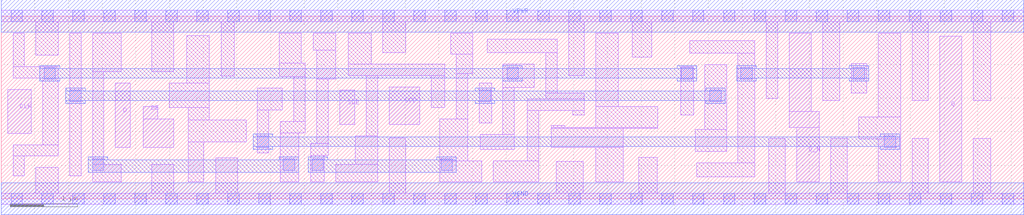
<source format=lef>
# Copyright 2020 The SkyWater PDK Authors
#
# Licensed under the Apache License, Version 2.0 (the "License");
# you may not use this file except in compliance with the License.
# You may obtain a copy of the License at
#
#     https://www.apache.org/licenses/LICENSE-2.0
#
# Unless required by applicable law or agreed to in writing, software
# distributed under the License is distributed on an "AS IS" BASIS,
# WITHOUT WARRANTIES OR CONDITIONS OF ANY KIND, either express or implied.
# See the License for the specific language governing permissions and
# limitations under the License.
#
# SPDX-License-Identifier: Apache-2.0

VERSION 5.7 ;
  NAMESCASESENSITIVE ON ;
  NOWIREEXTENSIONATPIN ON ;
  DIVIDERCHAR "/" ;
  BUSBITCHARS "[]" ;
UNITS
  DATABASE MICRONS 200 ;
END UNITS
MACRO sky130_fd_sc_hd__sedfxbp_2
  CLASS CORE ;
  SOURCE USER ;
  FOREIGN sky130_fd_sc_hd__sedfxbp_2 ;
  ORIGIN  0.000000  0.000000 ;
  SIZE  15.18000 BY  2.720000 ;
  SYMMETRY X Y R90 ;
  SITE unithd ;
  PIN D
    ANTENNAGATEAREA  0.159000 ;
    DIRECTION INPUT ;
    USE SIGNAL ;
    PORT
      LAYER li1 ;
        RECT 1.695000 0.765000 1.915000 1.720000 ;
    END
  END D
  PIN DE
    ANTENNAGATEAREA  0.318000 ;
    DIRECTION INPUT ;
    USE SIGNAL ;
    PORT
      LAYER li1 ;
        RECT 2.110000 0.765000 2.565000 1.185000 ;
        RECT 2.110000 1.185000 2.325000 1.370000 ;
    END
  END DE
  PIN Q
    ANTENNADIFFAREA  0.445500 ;
    DIRECTION OUTPUT ;
    USE SIGNAL ;
    PORT
      LAYER li1 ;
        RECT 13.935000 0.255000 14.265000 2.420000 ;
    END
  END Q
  PIN Q_N
    ANTENNADIFFAREA  0.445500 ;
    DIRECTION OUTPUT ;
    USE SIGNAL ;
    PORT
      LAYER li1 ;
        RECT 11.700000 1.065000 12.145000 1.300000 ;
        RECT 11.700000 1.300000 12.030000 2.465000 ;
        RECT 11.815000 0.255000 12.145000 1.065000 ;
    END
  END Q_N
  PIN SCD
    ANTENNAGATEAREA  0.159000 ;
    DIRECTION INPUT ;
    USE SIGNAL ;
    PORT
      LAYER li1 ;
        RECT 5.760000 1.105000 6.215000 1.665000 ;
    END
  END SCD
  PIN SCE
    ANTENNAGATEAREA  0.318000 ;
    DIRECTION INPUT ;
    USE SIGNAL ;
    PORT
      LAYER li1 ;
        RECT 5.025000 1.105000 5.250000 1.615000 ;
    END
  END SCE
  PIN CLK
    ANTENNAGATEAREA  0.159000 ;
    DIRECTION INPUT ;
    USE CLOCK ;
    PORT
      LAYER li1 ;
        RECT 0.095000 0.975000 0.445000 1.625000 ;
    END
  END CLK
  PIN VGND
    DIRECTION INOUT ;
    SHAPE ABUTMENT ;
    USE GROUND ;
    PORT
      LAYER met1 ;
        RECT 0.000000 -0.240000 15.180000 0.240000 ;
    END
  END VGND
  PIN VPWR
    DIRECTION INOUT ;
    SHAPE ABUTMENT ;
    USE POWER ;
    PORT
      LAYER met1 ;
        RECT 0.000000 2.480000 15.180000 2.960000 ;
    END
  END VPWR
  OBS
    LAYER li1 ;
      RECT  0.000000 -0.085000 15.180000 0.085000 ;
      RECT  0.000000  2.635000 15.180000 2.805000 ;
      RECT  0.175000  0.345000  0.345000 0.635000 ;
      RECT  0.175000  0.635000  0.845000 0.805000 ;
      RECT  0.175000  1.795000  0.845000 1.965000 ;
      RECT  0.175000  1.965000  0.345000 2.465000 ;
      RECT  0.515000  0.085000  0.845000 0.465000 ;
      RECT  0.515000  2.135000  0.845000 2.635000 ;
      RECT  0.615000  0.805000  0.845000 1.795000 ;
      RECT  1.015000  0.345000  1.185000 2.465000 ;
      RECT  1.355000  0.255000  1.785000 0.515000 ;
      RECT  1.355000  0.515000  1.525000 1.890000 ;
      RECT  1.355000  1.890000  1.785000 2.465000 ;
      RECT  2.235000  0.085000  2.565000 0.515000 ;
      RECT  2.235000  1.890000  2.565000 2.635000 ;
      RECT  2.495000  1.355000  3.085000 1.720000 ;
      RECT  2.755000  1.720000  3.085000 2.425000 ;
      RECT  2.780000  0.255000  3.005000 0.845000 ;
      RECT  2.780000  0.845000  3.635000 1.175000 ;
      RECT  2.780000  1.175000  3.085000 1.355000 ;
      RECT  3.185000  0.085000  3.515000 0.610000 ;
      RECT  3.265000  1.825000  3.460000 2.635000 ;
      RECT  3.805000  0.685000  3.975000 1.320000 ;
      RECT  3.805000  1.320000  4.175000 1.650000 ;
      RECT  4.125000  1.820000  4.515000 2.020000 ;
      RECT  4.125000  2.020000  4.455000 2.465000 ;
      RECT  4.145000  0.255000  4.415000 0.980000 ;
      RECT  4.145000  0.980000  4.515000 1.150000 ;
      RECT  4.345000  1.150000  4.515000 1.820000 ;
      RECT  4.595000  0.255000  4.795000 0.645000 ;
      RECT  4.595000  0.645000  4.855000 0.825000 ;
      RECT  4.635000  2.210000  4.965000 2.465000 ;
      RECT  4.685000  0.825000  4.855000 1.785000 ;
      RECT  4.685000  1.785000  4.965000 2.210000 ;
      RECT  4.965000  0.255000  5.590000 0.515000 ;
      RECT  5.155000  1.835000  6.585000 2.005000 ;
      RECT  5.155000  2.005000  5.495000 2.465000 ;
      RECT  5.260000  0.515000  5.590000 0.935000 ;
      RECT  5.420000  0.935000  5.590000 1.835000 ;
      RECT  5.665000  2.175000  6.010000 2.635000 ;
      RECT  5.760000  0.085000  6.010000 0.905000 ;
      RECT  6.385000  1.355000  6.585000 1.835000 ;
      RECT  6.515000  0.255000  7.135000 0.565000 ;
      RECT  6.515000  0.565000  6.925000 1.185000 ;
      RECT  6.675000  2.150000  7.005000 2.465000 ;
      RECT  6.755000  1.185000  6.925000 1.865000 ;
      RECT  6.755000  1.865000  7.005000 2.150000 ;
      RECT  7.095000  1.125000  7.280000 1.720000 ;
      RECT  7.115000  0.735000  7.620000 0.955000 ;
      RECT  7.215000  2.175000  8.255000 2.375000 ;
      RECT  7.305000  0.255000  7.980000 0.565000 ;
      RECT  7.450000  0.955000  7.620000 1.655000 ;
      RECT  7.450000  1.655000  7.915000 2.005000 ;
      RECT  7.810000  0.565000  7.980000 1.315000 ;
      RECT  7.810000  1.315000  8.660000 1.485000 ;
      RECT  8.085000  1.485000  8.660000 1.575000 ;
      RECT  8.085000  1.575000  8.255000 2.175000 ;
      RECT  8.170000  0.765000  9.235000 1.045000 ;
      RECT  8.170000  1.045000  9.745000 1.065000 ;
      RECT  8.170000  1.065000  8.370000 1.095000 ;
      RECT  8.245000  0.085000  8.640000 0.560000 ;
      RECT  8.425000  1.835000  8.660000 2.635000 ;
      RECT  8.490000  1.245000  8.660000 1.315000 ;
      RECT  8.830000  0.255000  9.235000 0.765000 ;
      RECT  8.830000  1.065000  9.745000 1.375000 ;
      RECT  8.830000  1.375000  9.160000 2.465000 ;
      RECT  9.370000  2.105000  9.660000 2.635000 ;
      RECT  9.465000  0.085000  9.740000 0.615000 ;
      RECT 10.090000  1.245000 10.280000 1.965000 ;
      RECT 10.225000  2.165000 11.190000 2.355000 ;
      RECT 10.305000  0.705000 10.770000 1.035000 ;
      RECT 10.325000  0.330000 11.190000 0.535000 ;
      RECT 10.450000  1.035000 10.770000 1.995000 ;
      RECT 10.940000  0.535000 11.190000 2.165000 ;
      RECT 11.360000  1.495000 11.530000 2.635000 ;
      RECT 11.395000  0.085000 11.645000 0.900000 ;
      RECT 12.200000  1.465000 12.450000 2.635000 ;
      RECT 12.315000  0.085000 12.565000 0.900000 ;
      RECT 12.620000  1.575000 12.850000 2.010000 ;
      RECT 12.735000  0.890000 13.360000 1.220000 ;
      RECT 13.020000  0.255000 13.360000 0.890000 ;
      RECT 13.020000  1.220000 13.360000 2.465000 ;
      RECT 13.530000  0.085000 13.765000 0.900000 ;
      RECT 13.530000  1.465000 13.765000 2.635000 ;
      RECT 14.435000  0.085000 14.695000 0.900000 ;
      RECT 14.435000  1.465000 14.695000 2.635000 ;
    LAYER mcon ;
      RECT  0.145000 -0.085000  0.315000 0.085000 ;
      RECT  0.145000  2.635000  0.315000 2.805000 ;
      RECT  0.605000 -0.085000  0.775000 0.085000 ;
      RECT  0.605000  2.635000  0.775000 2.805000 ;
      RECT  0.635000  1.785000  0.805000 1.955000 ;
      RECT  1.015000  1.445000  1.185000 1.615000 ;
      RECT  1.065000 -0.085000  1.235000 0.085000 ;
      RECT  1.065000  2.635000  1.235000 2.805000 ;
      RECT  1.355000  0.425000  1.525000 0.595000 ;
      RECT  1.525000 -0.085000  1.695000 0.085000 ;
      RECT  1.525000  2.635000  1.695000 2.805000 ;
      RECT  1.985000 -0.085000  2.155000 0.085000 ;
      RECT  1.985000  2.635000  2.155000 2.805000 ;
      RECT  2.445000 -0.085000  2.615000 0.085000 ;
      RECT  2.445000  2.635000  2.615000 2.805000 ;
      RECT  2.905000 -0.085000  3.075000 0.085000 ;
      RECT  2.905000  2.635000  3.075000 2.805000 ;
      RECT  3.365000 -0.085000  3.535000 0.085000 ;
      RECT  3.365000  2.635000  3.535000 2.805000 ;
      RECT  3.805000  0.765000  3.975000 0.935000 ;
      RECT  3.825000 -0.085000  3.995000 0.085000 ;
      RECT  3.825000  2.635000  3.995000 2.805000 ;
      RECT  4.185000  0.425000  4.355000 0.595000 ;
      RECT  4.285000 -0.085000  4.455000 0.085000 ;
      RECT  4.285000  2.635000  4.455000 2.805000 ;
      RECT  4.615000  0.425000  4.785000 0.595000 ;
      RECT  4.745000 -0.085000  4.915000 0.085000 ;
      RECT  4.745000  2.635000  4.915000 2.805000 ;
      RECT  5.205000 -0.085000  5.375000 0.085000 ;
      RECT  5.205000  2.635000  5.375000 2.805000 ;
      RECT  5.665000 -0.085000  5.835000 0.085000 ;
      RECT  5.665000  2.635000  5.835000 2.805000 ;
      RECT  6.125000 -0.085000  6.295000 0.085000 ;
      RECT  6.125000  2.635000  6.295000 2.805000 ;
      RECT  6.530000  0.425000  6.700000 0.595000 ;
      RECT  6.585000 -0.085000  6.755000 0.085000 ;
      RECT  6.585000  2.635000  6.755000 2.805000 ;
      RECT  7.045000 -0.085000  7.215000 0.085000 ;
      RECT  7.045000  2.635000  7.215000 2.805000 ;
      RECT  7.100000  1.445000  7.270000 1.615000 ;
      RECT  7.505000 -0.085000  7.675000 0.085000 ;
      RECT  7.505000  2.635000  7.675000 2.805000 ;
      RECT  7.510000  1.785000  7.680000 1.955000 ;
      RECT  7.965000 -0.085000  8.135000 0.085000 ;
      RECT  7.965000  2.635000  8.135000 2.805000 ;
      RECT  8.425000 -0.085000  8.595000 0.085000 ;
      RECT  8.425000  2.635000  8.595000 2.805000 ;
      RECT  8.885000 -0.085000  9.055000 0.085000 ;
      RECT  8.885000  2.635000  9.055000 2.805000 ;
      RECT  9.345000 -0.085000  9.515000 0.085000 ;
      RECT  9.345000  2.635000  9.515000 2.805000 ;
      RECT  9.805000 -0.085000  9.975000 0.085000 ;
      RECT  9.805000  2.635000  9.975000 2.805000 ;
      RECT 10.100000  1.785000 10.270000 1.955000 ;
      RECT 10.265000 -0.085000 10.435000 0.085000 ;
      RECT 10.265000  2.635000 10.435000 2.805000 ;
      RECT 10.520000  1.445000 10.690000 1.615000 ;
      RECT 10.725000 -0.085000 10.895000 0.085000 ;
      RECT 10.725000  2.635000 10.895000 2.805000 ;
      RECT 10.980000  1.785000 11.150000 1.955000 ;
      RECT 11.185000 -0.085000 11.355000 0.085000 ;
      RECT 11.185000  2.635000 11.355000 2.805000 ;
      RECT 11.645000 -0.085000 11.815000 0.085000 ;
      RECT 11.645000  2.635000 11.815000 2.805000 ;
      RECT 12.105000 -0.085000 12.275000 0.085000 ;
      RECT 12.105000  2.635000 12.275000 2.805000 ;
      RECT 12.565000 -0.085000 12.735000 0.085000 ;
      RECT 12.565000  2.635000 12.735000 2.805000 ;
      RECT 12.650000  1.785000 12.820000 1.955000 ;
      RECT 13.025000 -0.085000 13.195000 0.085000 ;
      RECT 13.025000  2.635000 13.195000 2.805000 ;
      RECT 13.110000  0.765000 13.280000 0.935000 ;
      RECT 13.485000 -0.085000 13.655000 0.085000 ;
      RECT 13.485000  2.635000 13.655000 2.805000 ;
      RECT 13.945000 -0.085000 14.115000 0.085000 ;
      RECT 13.945000  2.635000 14.115000 2.805000 ;
      RECT 14.405000 -0.085000 14.575000 0.085000 ;
      RECT 14.405000  2.635000 14.575000 2.805000 ;
      RECT 14.865000 -0.085000 15.035000 0.085000 ;
      RECT 14.865000  2.635000 15.035000 2.805000 ;
    LAYER met1 ;
      RECT  0.575000 1.755000  0.865000 1.800000 ;
      RECT  0.575000 1.800000 10.330000 1.940000 ;
      RECT  0.575000 1.940000  0.865000 1.985000 ;
      RECT  0.955000 1.415000  1.245000 1.460000 ;
      RECT  0.955000 1.460000 10.750000 1.600000 ;
      RECT  0.955000 1.600000  1.245000 1.645000 ;
      RECT  1.295000 0.395000  4.415000 0.580000 ;
      RECT  1.295000 0.580000  1.585000 0.625000 ;
      RECT  3.745000 0.735000  4.035000 0.780000 ;
      RECT  3.745000 0.780000 13.340000 0.920000 ;
      RECT  3.745000 0.920000  4.035000 0.965000 ;
      RECT  4.125000 0.580000  4.415000 0.625000 ;
      RECT  4.555000 0.395000  6.760000 0.580000 ;
      RECT  4.555000 0.580000  4.845000 0.625000 ;
      RECT  6.470000 0.580000  6.760000 0.625000 ;
      RECT  7.040000 1.415000  7.330000 1.460000 ;
      RECT  7.040000 1.600000  7.330000 1.645000 ;
      RECT  7.450000 1.755000  7.740000 1.800000 ;
      RECT  7.450000 1.940000  7.740000 1.985000 ;
      RECT 10.040000 1.755000 10.330000 1.800000 ;
      RECT 10.040000 1.940000 10.330000 1.985000 ;
      RECT 10.460000 1.415000 10.750000 1.460000 ;
      RECT 10.460000 1.600000 10.750000 1.645000 ;
      RECT 10.920000 1.755000 11.210000 1.800000 ;
      RECT 10.920000 1.800000 12.880000 1.940000 ;
      RECT 10.920000 1.940000 11.210000 1.985000 ;
      RECT 12.590000 1.755000 12.880000 1.800000 ;
      RECT 12.590000 1.940000 12.880000 1.985000 ;
      RECT 13.050000 0.735000 13.340000 0.780000 ;
      RECT 13.050000 0.920000 13.340000 0.965000 ;
  END
END sky130_fd_sc_hd__sedfxbp_2
END LIBRARY

</source>
